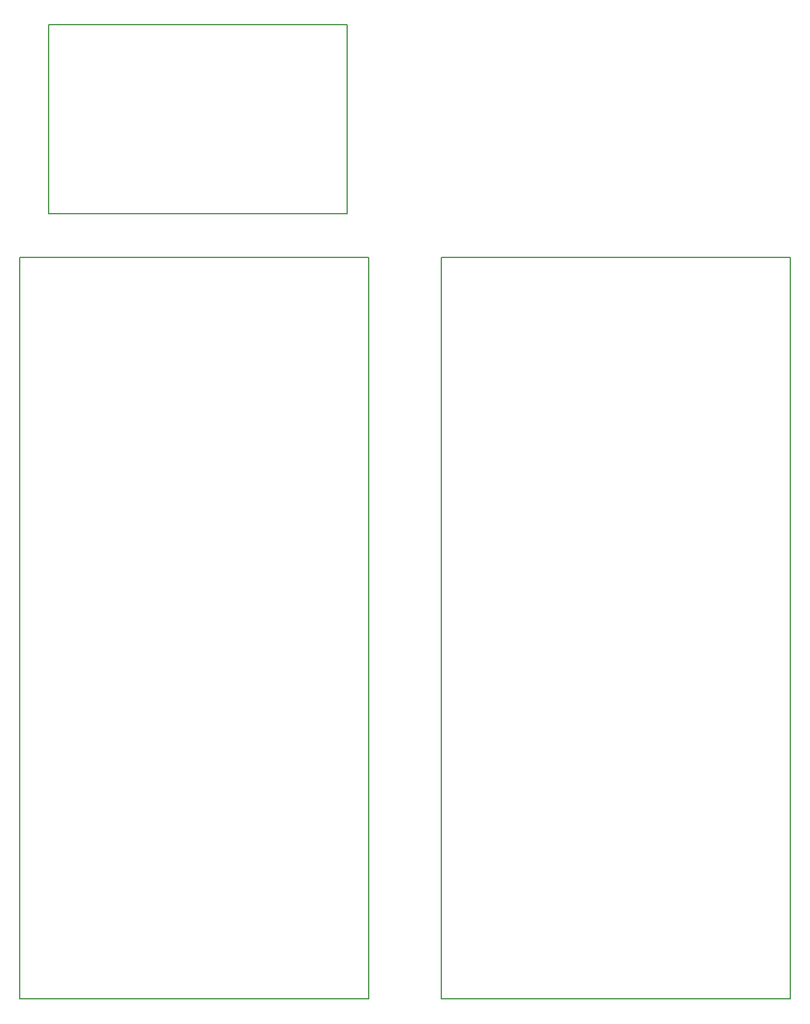
<source format=gbr>
G04 #@! TF.GenerationSoftware,KiCad,Pcbnew,(5.0.0)*
G04 #@! TF.CreationDate,2018-12-16T14:13:57+09:00*
G04 #@! TF.ProjectId,Infrared_Remocon,496E6672617265645F52656D6F636F6E,rev?*
G04 #@! TF.SameCoordinates,PX4862460PY9e67c20*
G04 #@! TF.FileFunction,Profile,NP*
%FSLAX46Y46*%
G04 Gerber Fmt 4.6, Leading zero omitted, Abs format (unit mm)*
G04 Created by KiCad (PCBNEW (5.0.0)) date 12/16/18 14:13:57*
%MOMM*%
%LPD*%
G01*
G04 APERTURE LIST*
%ADD10C,0.150000*%
G04 APERTURE END LIST*
D10*
X106100000Y102100000D02*
X106100000Y100000D01*
X58100000Y100000D02*
X58100000Y102100000D01*
X106100000Y100000D02*
X58100000Y100000D01*
X58100000Y102100000D02*
X59100000Y102100000D01*
X106100000Y102100000D02*
X105100000Y102100000D01*
X59100000Y102100000D02*
X105100000Y102100000D01*
X4100000Y108100000D02*
X45100000Y108100000D01*
X4100000Y134100000D02*
X4100000Y108100000D01*
X45100000Y134100000D02*
X4100000Y134100000D01*
X45100000Y108100000D02*
X45100000Y134100000D01*
X100000Y100000D02*
X100000Y35100000D01*
X48100000Y100000D02*
X100000Y100000D01*
X48100000Y98100000D02*
X48100000Y100000D01*
X48100000Y102100000D02*
X47100000Y102100000D01*
X48100000Y98100000D02*
X48100000Y102100000D01*
X1100000Y102100000D02*
X47100000Y102100000D01*
X100000Y102100000D02*
X1100000Y102100000D01*
X100000Y35100000D02*
X100000Y102100000D01*
M02*

</source>
